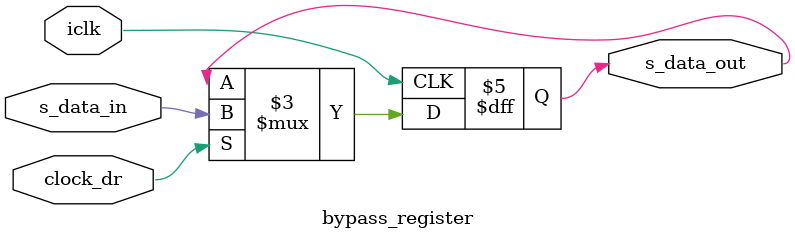
<source format=sv>
module bypass_register
( 
    input   logic   [0 : 0]     s_data_in,
    input   logic   [0 : 0]     clock_dr,

    input   logic   [0 : 0]     iclk,

    output  logic   [0 : 0]     s_data_out
);

    always_ff @( posedge iclk )
        if( clock_dr == 1'b1 )
            s_data_out <= s_data_in ;
            
endmodule : bypass_register

</source>
